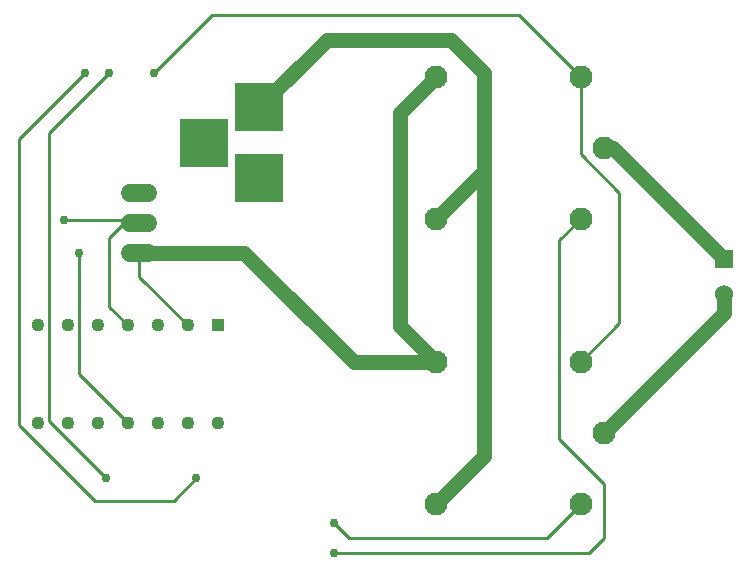
<source format=gbr>
G04 EAGLE Gerber RS-274X export*
G75*
%MOMM*%
%FSLAX34Y34*%
%LPD*%
%INBottom Copper*%
%IPPOS*%
%AMOC8*
5,1,8,0,0,1.08239X$1,22.5*%
G01*
G04 Define Apertures*
%ADD10R,4.115994X4.115994*%
%ADD11R,1.530000X1.530000*%
%ADD12C,1.530000*%
%ADD13C,1.950000*%
%ADD14R,1.108000X1.108000*%
%ADD15C,1.108000*%
%ADD16C,1.524000*%
%ADD17C,0.756400*%
%ADD18C,0.254000*%
%ADD19C,1.270000*%
D10*
X1485900Y863600D03*
X1438900Y893600D03*
X1485900Y923600D03*
D11*
X1879600Y795020D03*
D12*
X1879600Y765020D03*
D13*
X1777900Y889000D03*
X1757900Y949000D03*
X1635680Y949000D03*
X1635680Y829000D03*
X1757900Y829000D03*
X1777900Y647700D03*
X1757900Y707700D03*
X1635680Y707700D03*
X1635680Y587700D03*
X1757900Y587700D03*
D14*
X1450800Y739016D03*
D15*
X1425400Y739016D03*
X1400000Y739016D03*
X1374600Y739016D03*
X1349200Y739016D03*
X1323800Y739016D03*
X1298400Y739016D03*
X1298400Y656466D03*
X1323800Y656466D03*
X1349200Y656466D03*
X1374600Y656466D03*
X1400000Y656466D03*
X1425400Y656466D03*
X1450800Y656466D03*
D16*
X1391920Y850900D02*
X1376680Y850900D01*
X1376680Y825500D02*
X1391920Y825500D01*
X1391920Y800100D02*
X1376680Y800100D01*
D17*
X1320548Y828040D03*
D18*
X1371600Y825500D02*
X1384300Y825500D01*
X1374140Y828040D02*
X1320548Y828040D01*
X1358900Y754716D02*
X1374600Y739016D01*
X1358900Y754716D02*
X1358900Y812800D01*
X1371600Y825500D01*
X1374140Y828040D01*
D17*
X1333500Y800100D03*
D18*
X1333500Y697566D01*
X1374600Y656466D01*
D19*
X1635680Y587700D02*
X1676400Y628420D01*
X1485900Y923600D02*
X1542740Y980440D01*
X1648460Y980440D01*
X1676400Y952500D01*
X1676400Y869720D01*
X1635680Y829000D01*
X1676400Y869720D02*
X1676400Y628420D01*
D17*
X1338580Y952500D03*
D18*
X1282700Y896620D01*
D17*
X1432560Y609600D03*
D18*
X1282700Y654049D02*
X1282700Y896620D01*
X1282700Y654049D02*
X1346519Y590230D01*
X1413190Y590230D01*
X1432560Y609600D01*
D17*
X1358900Y952500D03*
D18*
X1308100Y901700D01*
X1308100Y657860D01*
D17*
X1356360Y609600D03*
D18*
X1308100Y657860D01*
D17*
X1397000Y952500D03*
D18*
X1445770Y1001270D01*
X1705630Y1001270D01*
X1757900Y949000D01*
X1757900Y883700D01*
X1790700Y850900D01*
X1790700Y740500D01*
X1757900Y707700D01*
X1384300Y780116D02*
X1384300Y800100D01*
X1384300Y780116D02*
X1425400Y739016D01*
D19*
X1384300Y800100D02*
X1473200Y800100D01*
X1565600Y707700D01*
X1635680Y707700D01*
X1605356Y738024D01*
X1605356Y918676D01*
X1635680Y949000D01*
X1785620Y889000D02*
X1879600Y795020D01*
X1785620Y889000D02*
X1777900Y889000D01*
X1879600Y749400D02*
X1777900Y647700D01*
X1879600Y749400D02*
X1879600Y765020D01*
D17*
X1549400Y546100D03*
D18*
X1765300Y546100D01*
X1778000Y558800D01*
X1739900Y811000D02*
X1757900Y829000D01*
X1778000Y604460D02*
X1778000Y558800D01*
X1778000Y604460D02*
X1739900Y642560D01*
X1739900Y811000D01*
D17*
X1549400Y571500D03*
D18*
X1562100Y558800D01*
X1729000Y558800D01*
X1757900Y587700D01*
M02*

</source>
